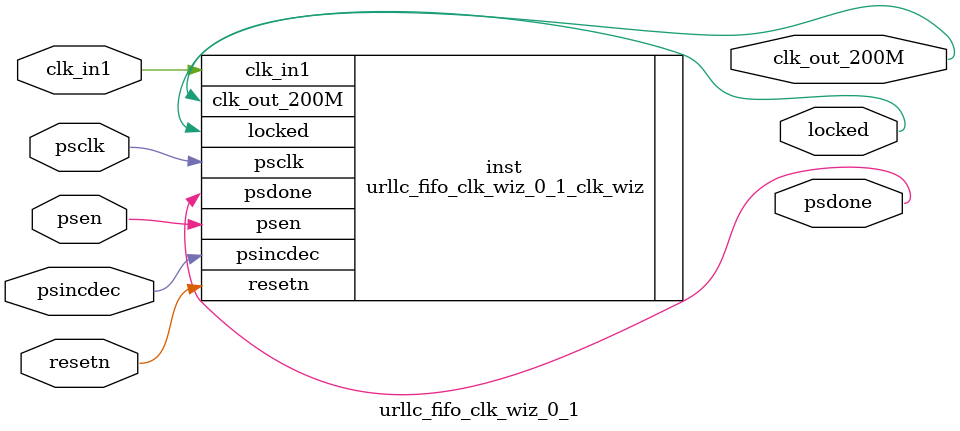
<source format=v>


`timescale 1ps/1ps

(* CORE_GENERATION_INFO = "urllc_fifo_clk_wiz_0_1,clk_wiz_v6_0_2_0_0,{component_name=urllc_fifo_clk_wiz_0_1,use_phase_alignment=true,use_min_o_jitter=false,use_max_i_jitter=false,use_dyn_phase_shift=true,use_inclk_switchover=false,use_dyn_reconfig=false,enable_axi=0,feedback_source=FDBK_AUTO,PRIMITIVE=MMCM,num_out_clk=1,clkin1_period=16.667,clkin2_period=10.0,use_power_down=false,use_reset=true,use_locked=true,use_inclk_stopped=false,feedback_type=SINGLE,CLOCK_MGR_TYPE=NA,manual_override=false}" *)

module urllc_fifo_clk_wiz_0_1 
 (
  // Clock out ports
  output        clk_out_200M,
  // Dynamic phase shift ports
  input         psclk,
  input         psen,
  input         psincdec,
  output        psdone,
  // Status and control signals
  input         resetn,
  output        locked,
 // Clock in ports
  input         clk_in1
 );

  urllc_fifo_clk_wiz_0_1_clk_wiz inst
  (
  // Clock out ports  
  .clk_out_200M(clk_out_200M),
  // Dynamic phase shift ports                
  .psclk(psclk),
  .psen(psen),
  .psincdec(psincdec),
  .psdone(psdone),
  // Status and control signals               
  .resetn(resetn), 
  .locked(locked),
 // Clock in ports
  .clk_in1(clk_in1)
  );

endmodule

</source>
